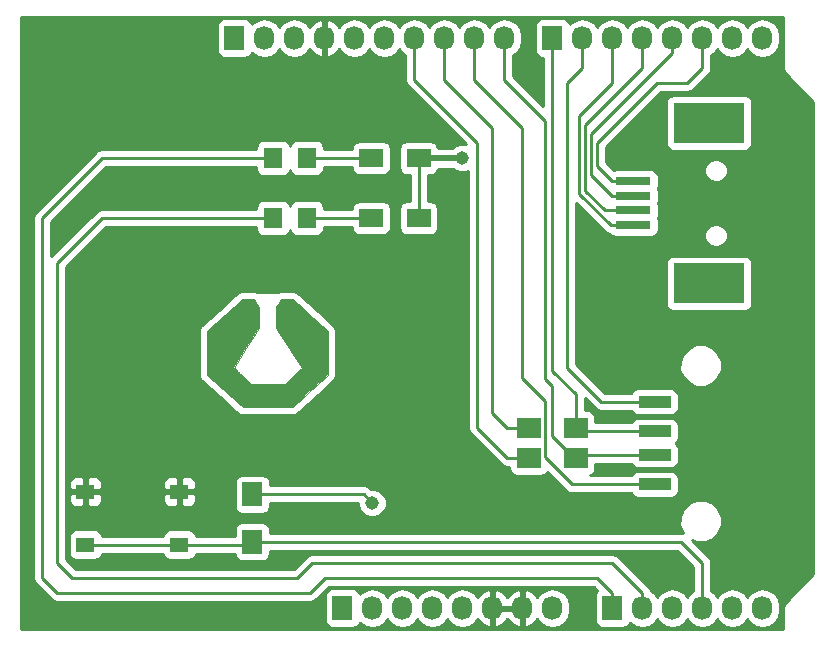
<source format=gtl>
G04 #@! TF.FileFunction,Copper,L1,Top,Signal*
%FSLAX45Y45*%
G04 Gerber Fmt 4.5, Leading zero omitted, Abs format (unit mm)*
G04 Created by KiCad (PCBNEW (2015-06-14 BZR 5747, Git dc9ebf3)-product) date 6/25/2015 00:27:05*
%MOMM*%
G01*
G04 APERTURE LIST*
%ADD10C,0.254000*%
%ADD11C,0.100000*%
%ADD12R,1.727200X2.032000*%
%ADD13O,1.727200X2.032000*%
%ADD14R,1.597660X1.800860*%
%ADD15R,3.000000X0.700000*%
%ADD16R,6.040000X3.400000*%
%ADD17R,2.000000X1.700000*%
%ADD18R,2.000000X1.600000*%
%ADD19R,1.700000X2.000000*%
%ADD20R,1.550000X1.300000*%
%ADD21R,2.800000X1.000000*%
%ADD22C,1.143000*%
%ADD23C,0.508000*%
G04 APERTURE END LIST*
D10*
D11*
G36*
X6733646Y-9459840D02*
X6585633Y-9594020D01*
X6437620Y-9728200D01*
X6225827Y-9728200D01*
X6014033Y-9728200D01*
X5863194Y-9594017D01*
X5712354Y-9459835D01*
X5712354Y-9270029D01*
X5712354Y-9080224D01*
X5863198Y-8947012D01*
X6014041Y-8813800D01*
X6062561Y-8813814D01*
X6111081Y-8813829D01*
X6130528Y-8846445D01*
X6149975Y-8879061D01*
X6149975Y-8967779D01*
X6149975Y-9056497D01*
X6043875Y-9225107D01*
X5937775Y-9393717D01*
X5942672Y-9398432D01*
X5943580Y-9399299D01*
X5945213Y-9400854D01*
X5947529Y-9403055D01*
X5950486Y-9405862D01*
X5954040Y-9409234D01*
X5958149Y-9413130D01*
X5962769Y-9417511D01*
X5967859Y-9422336D01*
X5973375Y-9427563D01*
X5979274Y-9433153D01*
X5985513Y-9439064D01*
X5992051Y-9445257D01*
X5998844Y-9451690D01*
X6005849Y-9458324D01*
X6013023Y-9465117D01*
X6014714Y-9466719D01*
X6081860Y-9530292D01*
X6225911Y-9530292D01*
X6369962Y-9530292D01*
X6433442Y-9470099D01*
X6440518Y-9463391D01*
X6447475Y-9456793D01*
X6454268Y-9450353D01*
X6460849Y-9444114D01*
X6467170Y-9438121D01*
X6473184Y-9432419D01*
X6478844Y-9427054D01*
X6484101Y-9422070D01*
X6488909Y-9417512D01*
X6493221Y-9413425D01*
X6496988Y-9409855D01*
X6500163Y-9406846D01*
X6502699Y-9404443D01*
X6504549Y-9402691D01*
X6505425Y-9401861D01*
X6513926Y-9393817D01*
X6404975Y-9225154D01*
X6296025Y-9056491D01*
X6296025Y-8967789D01*
X6296025Y-8879086D01*
X6318341Y-8846443D01*
X6340656Y-8813800D01*
X6389130Y-8813800D01*
X6437604Y-8813800D01*
X6585625Y-8947016D01*
X6733646Y-9080233D01*
X6733646Y-9270036D01*
X6733646Y-9459840D01*
X6733646Y-9459840D01*
X6733646Y-9459840D01*
G37*
X6733646Y-9459840D02*
X6585633Y-9594020D01*
X6437620Y-9728200D01*
X6225827Y-9728200D01*
X6014033Y-9728200D01*
X5863194Y-9594017D01*
X5712354Y-9459835D01*
X5712354Y-9270029D01*
X5712354Y-9080224D01*
X5863198Y-8947012D01*
X6014041Y-8813800D01*
X6062561Y-8813814D01*
X6111081Y-8813829D01*
X6130528Y-8846445D01*
X6149975Y-8879061D01*
X6149975Y-8967779D01*
X6149975Y-9056497D01*
X6043875Y-9225107D01*
X5937775Y-9393717D01*
X5942672Y-9398432D01*
X5943580Y-9399299D01*
X5945213Y-9400854D01*
X5947529Y-9403055D01*
X5950486Y-9405862D01*
X5954040Y-9409234D01*
X5958149Y-9413130D01*
X5962769Y-9417511D01*
X5967859Y-9422336D01*
X5973375Y-9427563D01*
X5979274Y-9433153D01*
X5985513Y-9439064D01*
X5992051Y-9445257D01*
X5998844Y-9451690D01*
X6005849Y-9458324D01*
X6013023Y-9465117D01*
X6014714Y-9466719D01*
X6081860Y-9530292D01*
X6225911Y-9530292D01*
X6369962Y-9530292D01*
X6433442Y-9470099D01*
X6440518Y-9463391D01*
X6447475Y-9456793D01*
X6454268Y-9450353D01*
X6460849Y-9444114D01*
X6467170Y-9438121D01*
X6473184Y-9432419D01*
X6478844Y-9427054D01*
X6484101Y-9422070D01*
X6488909Y-9417512D01*
X6493221Y-9413425D01*
X6496988Y-9409855D01*
X6500163Y-9406846D01*
X6502699Y-9404443D01*
X6504549Y-9402691D01*
X6505425Y-9401861D01*
X6513926Y-9393817D01*
X6404975Y-9225154D01*
X6296025Y-9056491D01*
X6296025Y-8967789D01*
X6296025Y-8879086D01*
X6318341Y-8846443D01*
X6340656Y-8813800D01*
X6389130Y-8813800D01*
X6437604Y-8813800D01*
X6585625Y-8947016D01*
X6733646Y-9080233D01*
X6733646Y-9270036D01*
X6733646Y-9459840D01*
X6733646Y-9459840D01*
D12*
X9144000Y-11430000D03*
D13*
X9398000Y-11430000D03*
X9652000Y-11430000D03*
X9906000Y-11430000D03*
X10160000Y-11430000D03*
X10414000Y-11430000D03*
D14*
X6555486Y-7620000D03*
X6271514Y-7620000D03*
X6555486Y-8128000D03*
X6271514Y-8128000D03*
D15*
X9320300Y-7814000D03*
X9320300Y-8063000D03*
X9320300Y-8188000D03*
X9320300Y-7939000D03*
D16*
X9962300Y-7322000D03*
X9962300Y-8680000D03*
D12*
X5943600Y-6604000D03*
D13*
X6197600Y-6604000D03*
X6451600Y-6604000D03*
X6705600Y-6604000D03*
X6959600Y-6604000D03*
X7213600Y-6604000D03*
X7467600Y-6604000D03*
X7721600Y-6604000D03*
X7975600Y-6604000D03*
X8229600Y-6604000D03*
D12*
X6858000Y-11430000D03*
D13*
X7112000Y-11430000D03*
X7366000Y-11430000D03*
X7620000Y-11430000D03*
X7874000Y-11430000D03*
X8128000Y-11430000D03*
X8382000Y-11430000D03*
X8636000Y-11430000D03*
D12*
X8636000Y-6604000D03*
D13*
X8890000Y-6604000D03*
X9144000Y-6604000D03*
X9398000Y-6604000D03*
X9652000Y-6604000D03*
X9906000Y-6604000D03*
X10160000Y-6604000D03*
X10414000Y-6604000D03*
D17*
X8436000Y-9906000D03*
X8836000Y-9906000D03*
X8436000Y-10160000D03*
X8836000Y-10160000D03*
D18*
X7502500Y-7620000D03*
X7102500Y-7620000D03*
X7502500Y-8128000D03*
X7102500Y-8128000D03*
D19*
X6096000Y-10468000D03*
X6096000Y-10868000D03*
D20*
X4682500Y-10443000D03*
X5477500Y-10443000D03*
X4682500Y-10893000D03*
X5477500Y-10893000D03*
D21*
X9500760Y-10383000D03*
X9500760Y-10133000D03*
X9500760Y-9933000D03*
X9500760Y-9683000D03*
D22*
X8128000Y-10414000D03*
X7239000Y-10160000D03*
X7112000Y-10541000D03*
X7874000Y-7620000D03*
D10*
X7102500Y-7620000D02*
X6555486Y-7620000D01*
X4947621Y-8128000D02*
X5050028Y-8128000D01*
X4826000Y-8128000D02*
X4947621Y-8128000D01*
X4947621Y-8128000D02*
X6271514Y-8128000D01*
X6477000Y-11176000D02*
X4572000Y-11176000D01*
X6604000Y-11049000D02*
X6477000Y-11176000D01*
X9144000Y-11049000D02*
X6604000Y-11049000D01*
X9398000Y-11303000D02*
X9144000Y-11049000D01*
X9398000Y-11430000D02*
X9398000Y-11303000D01*
X4572000Y-11176000D02*
X4445000Y-11049000D01*
X4445000Y-11049000D02*
X4445000Y-8509000D01*
X4445000Y-8509000D02*
X4826000Y-8128000D01*
X6555486Y-8128000D02*
X7102500Y-8128000D01*
X4826000Y-7620000D02*
X4917495Y-7620000D01*
X4917495Y-7620000D02*
X5022934Y-7620000D01*
X4953000Y-7620000D02*
X4917495Y-7620000D01*
X6271514Y-7620000D02*
X4953000Y-7620000D01*
X5022934Y-7620000D02*
X5050028Y-7620000D01*
X6650865Y-11236548D02*
X6711412Y-11176000D01*
X6650865Y-11236548D02*
X6584412Y-11303000D01*
X6584412Y-11303000D02*
X4445000Y-11303000D01*
X4445000Y-11303000D02*
X4318000Y-11176000D01*
X4318000Y-11176000D02*
X4318000Y-8128000D01*
X4318000Y-8128000D02*
X4826000Y-7620000D01*
X9144000Y-11303000D02*
X9144000Y-11430000D01*
X6711412Y-11176000D02*
X9017000Y-11176000D01*
X9017000Y-11176000D02*
X9144000Y-11303000D01*
X8763000Y-6985000D02*
X8890000Y-6858000D01*
X8890000Y-6858000D02*
X8890000Y-6604000D01*
X8763000Y-9398000D02*
X8763000Y-6985000D01*
X9048000Y-9683000D02*
X8763000Y-9398000D01*
X9500760Y-9683000D02*
X9048000Y-9683000D01*
X8636000Y-6604000D02*
X8636000Y-9418987D01*
X8636000Y-9418987D02*
X8836000Y-9618987D01*
X8836000Y-9618987D02*
X8836000Y-9742840D01*
X8836000Y-9742840D02*
X8836000Y-9906000D01*
X9500760Y-9933000D02*
X8863000Y-9933000D01*
X8863000Y-9933000D02*
X8836000Y-9906000D01*
X8229600Y-6604000D02*
X8229600Y-6959600D01*
X8229600Y-6959600D02*
X8574100Y-7304100D01*
X8574100Y-7304100D02*
X8574100Y-9490303D01*
X8574100Y-9490303D02*
X8636000Y-9552203D01*
X8636000Y-9552203D02*
X8636000Y-9975000D01*
X8636000Y-9975000D02*
X8821000Y-10160000D01*
X8821000Y-10160000D02*
X8836000Y-10160000D01*
X9500760Y-10133000D02*
X8863000Y-10133000D01*
X8863000Y-10133000D02*
X8836000Y-10160000D01*
X7975600Y-6604000D02*
X7975600Y-6959600D01*
X7975600Y-6959600D02*
X8382000Y-7366000D01*
X8805420Y-10383000D02*
X9500760Y-10383000D01*
X8382000Y-7366000D02*
X8382000Y-9482742D01*
X8382000Y-9482742D02*
X8574100Y-9674842D01*
X8574100Y-9674842D02*
X8574100Y-10151680D01*
X8574100Y-10151680D02*
X8805420Y-10383000D01*
X9779000Y-6985000D02*
X9906000Y-6858000D01*
X9906000Y-6858000D02*
X9906000Y-6604000D01*
X9525000Y-6985000D02*
X9779000Y-6985000D01*
X9017000Y-7493000D02*
X9525000Y-6985000D01*
X9017000Y-7686100D02*
X9017000Y-7493000D01*
X9320300Y-7814000D02*
X9144900Y-7814000D01*
X9144900Y-7814000D02*
X9017000Y-7686100D01*
X8966199Y-7416801D02*
X9652000Y-6731000D01*
X9652000Y-6731000D02*
X9652000Y-6604000D01*
X9320300Y-7939000D02*
X9144900Y-7939000D01*
X9144900Y-7939000D02*
X8966199Y-7760299D01*
X8966199Y-7760299D02*
X8966199Y-7416801D01*
X8915398Y-7899398D02*
X9079000Y-8063000D01*
X9079000Y-8063000D02*
X9320300Y-8063000D01*
X9398000Y-6858000D02*
X8915398Y-7340602D01*
X8915398Y-7340602D02*
X8915398Y-7899398D01*
X9398000Y-6604000D02*
X9398000Y-6858000D01*
X8864597Y-7264403D02*
X9144000Y-6985000D01*
X9144000Y-6985000D02*
X9144000Y-6604000D01*
X8864597Y-7920441D02*
X8864597Y-7264403D01*
X9320300Y-8188000D02*
X9132157Y-8188000D01*
X9132157Y-8188000D02*
X8864597Y-7920441D01*
D23*
X7239000Y-10160000D02*
X7874000Y-10160000D01*
X7874000Y-10160000D02*
X8128000Y-10414000D01*
X7239000Y-10160000D02*
X5969000Y-10160000D01*
X5969000Y-10160000D02*
X5686000Y-10443000D01*
X5686000Y-10443000D02*
X5477500Y-10443000D01*
D10*
X4682500Y-10443000D02*
X5477500Y-10443000D01*
X8436000Y-10160000D02*
X8255000Y-10160000D01*
X8255000Y-10160000D02*
X8001000Y-9906000D01*
X8001000Y-9906000D02*
X8001000Y-7493000D01*
X8001000Y-7493000D02*
X7467600Y-6959600D01*
X7467600Y-6959600D02*
X7467600Y-6604000D01*
X8436000Y-9906000D02*
X8255000Y-9906000D01*
X8255000Y-9906000D02*
X8128000Y-9779000D01*
X8128000Y-9779000D02*
X8128000Y-7366000D01*
X8128000Y-7366000D02*
X7721600Y-6959600D01*
X7721600Y-6959600D02*
X7721600Y-6604000D01*
X6613158Y-10468000D02*
X6658000Y-10468000D01*
X6096000Y-10468000D02*
X6613158Y-10468000D01*
X6613158Y-10468000D02*
X7039000Y-10468000D01*
X7039000Y-10468000D02*
X7112000Y-10541000D01*
D23*
X7502500Y-7620000D02*
X7874000Y-7620000D01*
D10*
X7502500Y-8128000D02*
X7502500Y-8022600D01*
X7502500Y-8022600D02*
X7502500Y-7620000D01*
X9725000Y-10868000D02*
X9906000Y-11049000D01*
X9906000Y-11049000D02*
X9906000Y-11430000D01*
X6096000Y-10868000D02*
X9725000Y-10868000D01*
X5477500Y-10893000D02*
X6071000Y-10893000D01*
X6071000Y-10893000D02*
X6096000Y-10868000D01*
X4682500Y-10893000D02*
X5477500Y-10893000D01*
G36*
X10591800Y-6858000D02*
X10591800Y-6858000D01*
X10597600Y-6887160D01*
X10610001Y-6905718D01*
X10614119Y-6911881D01*
X10845800Y-7143563D01*
X10845800Y-11144437D01*
X10614119Y-11376118D01*
X10597600Y-11400839D01*
X10591800Y-11430000D01*
X10591800Y-11607800D01*
X4140200Y-11607800D01*
X4140200Y-7465213D01*
X6191631Y-7465213D01*
X6167419Y-7469911D01*
X6146138Y-7483890D01*
X6131893Y-7504993D01*
X6126887Y-7529957D01*
X6126887Y-7543800D01*
X4826000Y-7543800D01*
X4796840Y-7549600D01*
X4776188Y-7563400D01*
X4772119Y-7566118D01*
X4264119Y-8074118D01*
X4247600Y-8098839D01*
X4241800Y-8128000D01*
X4241800Y-11176000D01*
X4247600Y-11205160D01*
X4262060Y-11226800D01*
X4264119Y-11229881D01*
X4391118Y-11356881D01*
X4415840Y-11373400D01*
X4445000Y-11379200D01*
X6584412Y-11379200D01*
X6613573Y-11373400D01*
X6638294Y-11356881D01*
X6704746Y-11290429D01*
X6704746Y-11290429D01*
X6733510Y-11261665D01*
X7112000Y-11261665D01*
X7054651Y-11273073D01*
X7006033Y-11305558D01*
X7004978Y-11307137D01*
X7004406Y-11304188D01*
X6990427Y-11282907D01*
X6969324Y-11268662D01*
X6944360Y-11263656D01*
X6771640Y-11263656D01*
X6747428Y-11268354D01*
X6726147Y-11282333D01*
X6711902Y-11303436D01*
X6706896Y-11328400D01*
X6706896Y-11531600D01*
X6711594Y-11555812D01*
X6725573Y-11577093D01*
X6746676Y-11591338D01*
X6771640Y-11596344D01*
X6944360Y-11596344D01*
X6968572Y-11591646D01*
X6989853Y-11577667D01*
X7004098Y-11556564D01*
X7004872Y-11552704D01*
X7006033Y-11554441D01*
X7054651Y-11586927D01*
X7112000Y-11598334D01*
X7169349Y-11586927D01*
X7217967Y-11554441D01*
X7239000Y-11522963D01*
X7260033Y-11554441D01*
X7308651Y-11586927D01*
X7366000Y-11598334D01*
X7423349Y-11586927D01*
X7471967Y-11554441D01*
X7493000Y-11522963D01*
X7514033Y-11554441D01*
X7562651Y-11586927D01*
X7620000Y-11598334D01*
X7677349Y-11586927D01*
X7725967Y-11554441D01*
X7747000Y-11522963D01*
X7768033Y-11554441D01*
X7816651Y-11586927D01*
X7874000Y-11598334D01*
X7931349Y-11586927D01*
X7979967Y-11554441D01*
X8000646Y-11523493D01*
X8037796Y-11565073D01*
X8090521Y-11590471D01*
X8092097Y-11590736D01*
X8115300Y-11578622D01*
X8115300Y-11442700D01*
X8140700Y-11442700D01*
X8140700Y-11578622D01*
X8163903Y-11590736D01*
X8165479Y-11590471D01*
X8218204Y-11565073D01*
X8255000Y-11523889D01*
X8291796Y-11565073D01*
X8344521Y-11590471D01*
X8346097Y-11590736D01*
X8369300Y-11578622D01*
X8369300Y-11442700D01*
X8140700Y-11442700D01*
X8115300Y-11442700D01*
X8115300Y-11442700D01*
X8113300Y-11442700D01*
X8113300Y-11417300D01*
X8115300Y-11417300D01*
X8115300Y-11281378D01*
X8092097Y-11269264D01*
X8163903Y-11269264D01*
X8140700Y-11281378D01*
X8140700Y-11417300D01*
X8369300Y-11417300D01*
X8369300Y-11281378D01*
X8346097Y-11269264D01*
X8344521Y-11269529D01*
X8291796Y-11294927D01*
X8255000Y-11336111D01*
X8218204Y-11294927D01*
X8165479Y-11269529D01*
X8163903Y-11269264D01*
X8092097Y-11269264D01*
X8092097Y-11269264D01*
X8090521Y-11269529D01*
X8037796Y-11294927D01*
X8000646Y-11336507D01*
X7979967Y-11305558D01*
X7931349Y-11273073D01*
X7874000Y-11261665D01*
X8636000Y-11261665D01*
X8578651Y-11273073D01*
X8530033Y-11305558D01*
X8509354Y-11336507D01*
X8472204Y-11294927D01*
X8419479Y-11269529D01*
X8417903Y-11269264D01*
X8394700Y-11281378D01*
X8394700Y-11417300D01*
X8396700Y-11417300D01*
X8396700Y-11442700D01*
X8394700Y-11442700D01*
X8394700Y-11578622D01*
X8417903Y-11590736D01*
X8419479Y-11590471D01*
X8472204Y-11565073D01*
X8509354Y-11523493D01*
X8530033Y-11554441D01*
X8578651Y-11586927D01*
X8636000Y-11598334D01*
X8693349Y-11586927D01*
X8741967Y-11554441D01*
X8774453Y-11505823D01*
X8785860Y-11448474D01*
X8785860Y-11411525D01*
X8774453Y-11354177D01*
X8741967Y-11305558D01*
X8693349Y-11273073D01*
X8636000Y-11261665D01*
X7874000Y-11261665D01*
X7874000Y-11261665D01*
X7816651Y-11273073D01*
X7768033Y-11305558D01*
X7747000Y-11337037D01*
X7725967Y-11305558D01*
X7677349Y-11273073D01*
X7620000Y-11261665D01*
X7562651Y-11273073D01*
X7514033Y-11305558D01*
X7493000Y-11337037D01*
X7471967Y-11305558D01*
X7423349Y-11273073D01*
X7366000Y-11261665D01*
X7308651Y-11273073D01*
X7260033Y-11305558D01*
X7239000Y-11337037D01*
X7217967Y-11305558D01*
X7169349Y-11273073D01*
X7112000Y-11261665D01*
X6733510Y-11261665D01*
X6742975Y-11252200D01*
X8985437Y-11252200D01*
X9014213Y-11280976D01*
X9012147Y-11282333D01*
X8997902Y-11303436D01*
X8992896Y-11328400D01*
X8992896Y-11531600D01*
X8997594Y-11555812D01*
X9011573Y-11577093D01*
X9032676Y-11591338D01*
X9057640Y-11596344D01*
X9230360Y-11596344D01*
X9254572Y-11591646D01*
X9275853Y-11577667D01*
X9290098Y-11556564D01*
X9290872Y-11552704D01*
X9292033Y-11554441D01*
X9340651Y-11586927D01*
X9398000Y-11598334D01*
X9455349Y-11586927D01*
X9503967Y-11554441D01*
X9525000Y-11522963D01*
X9546033Y-11554441D01*
X9594651Y-11586927D01*
X9652000Y-11598334D01*
X9709349Y-11586927D01*
X9757967Y-11554441D01*
X9779000Y-11522963D01*
X9800033Y-11554441D01*
X9848651Y-11586927D01*
X9906000Y-11598334D01*
X9963349Y-11586927D01*
X10011967Y-11554441D01*
X10033000Y-11522963D01*
X10054033Y-11554441D01*
X10102651Y-11586927D01*
X10160000Y-11598334D01*
X10217349Y-11586927D01*
X10265967Y-11554441D01*
X10287000Y-11522963D01*
X10308033Y-11554441D01*
X10356651Y-11586927D01*
X10414000Y-11598334D01*
X10471349Y-11586927D01*
X10519967Y-11554441D01*
X10552453Y-11505823D01*
X10563860Y-11448474D01*
X10563860Y-11411525D01*
X10552453Y-11354177D01*
X10519967Y-11305558D01*
X10471349Y-11273073D01*
X10414000Y-11261665D01*
X10356651Y-11273073D01*
X10308033Y-11305558D01*
X10287000Y-11337037D01*
X10265967Y-11305558D01*
X10217349Y-11273073D01*
X10160000Y-11261665D01*
X10102651Y-11273073D01*
X10054033Y-11305558D01*
X10033000Y-11337037D01*
X10011967Y-11305558D01*
X9982200Y-11285669D01*
X9982200Y-11049000D01*
X9978967Y-11032744D01*
X9976400Y-11019840D01*
X9959882Y-10995119D01*
X9817705Y-10852942D01*
X9855098Y-10868469D01*
X9926110Y-10868531D01*
X9991740Y-10841413D01*
X10041997Y-10791244D01*
X10069229Y-10725662D01*
X10069291Y-10654650D01*
X10042173Y-10589020D01*
X9992004Y-10538763D01*
X9926422Y-10511531D01*
X9855410Y-10511469D01*
X9789780Y-10538587D01*
X9739523Y-10588756D01*
X9712291Y-10654338D01*
X9712229Y-10725350D01*
X9739347Y-10790980D01*
X9743923Y-10795564D01*
X9725000Y-10791800D01*
X6245744Y-10791800D01*
X6245744Y-10768000D01*
X6241046Y-10743788D01*
X6227067Y-10722507D01*
X6205964Y-10708262D01*
X6181000Y-10703256D01*
X6011000Y-10703256D01*
X5986788Y-10707954D01*
X5965507Y-10721933D01*
X5951262Y-10743036D01*
X5946256Y-10768000D01*
X5946256Y-10816800D01*
X5617571Y-10816800D01*
X5615046Y-10803788D01*
X5601067Y-10782507D01*
X5579964Y-10768262D01*
X5555000Y-10763256D01*
X5400000Y-10763256D01*
X5375788Y-10767954D01*
X5354507Y-10781933D01*
X5340262Y-10803036D01*
X5337502Y-10816800D01*
X4822571Y-10816800D01*
X4820046Y-10803788D01*
X4806067Y-10782507D01*
X4784964Y-10768262D01*
X4760000Y-10763256D01*
X4605000Y-10763256D01*
X4580788Y-10767954D01*
X4559507Y-10781933D01*
X4545262Y-10803036D01*
X4540256Y-10828000D01*
X4540256Y-10958000D01*
X4544954Y-10982212D01*
X4558933Y-11003493D01*
X4580036Y-11017738D01*
X4605000Y-11022744D01*
X4760000Y-11022744D01*
X4784212Y-11018046D01*
X4805493Y-11004067D01*
X4819738Y-10982964D01*
X4822498Y-10969200D01*
X5337429Y-10969200D01*
X5339954Y-10982212D01*
X5353933Y-11003493D01*
X5375036Y-11017738D01*
X5400000Y-11022744D01*
X5555000Y-11022744D01*
X5579212Y-11018046D01*
X5600493Y-11004067D01*
X5614738Y-10982964D01*
X5617498Y-10969200D01*
X5946489Y-10969200D01*
X5950954Y-10992212D01*
X5964933Y-11013493D01*
X5986036Y-11027738D01*
X6011000Y-11032744D01*
X6181000Y-11032744D01*
X6205212Y-11028046D01*
X6226493Y-11014067D01*
X6240738Y-10992964D01*
X6245744Y-10968000D01*
X6245744Y-10944200D01*
X9693437Y-10944200D01*
X9829800Y-11080563D01*
X9829800Y-11285669D01*
X9800033Y-11305558D01*
X9779000Y-11337037D01*
X9757967Y-11305558D01*
X9709349Y-11273073D01*
X9652000Y-11261665D01*
X9594651Y-11273073D01*
X9546033Y-11305558D01*
X9525000Y-11337037D01*
X9503967Y-11305558D01*
X9470224Y-11283012D01*
X9468400Y-11273839D01*
X9460265Y-11261665D01*
X9451882Y-11249118D01*
X9197882Y-10995119D01*
X9193532Y-10992212D01*
X9173161Y-10978600D01*
X9144000Y-10972800D01*
X6604000Y-10972800D01*
X6574839Y-10978600D01*
X6550118Y-10995119D01*
X6445437Y-11099800D01*
X4603563Y-11099800D01*
X4521200Y-11017437D01*
X4521200Y-10455700D01*
X4557375Y-10455700D01*
X4541500Y-10471575D01*
X4541500Y-10520631D01*
X4551167Y-10543970D01*
X4569030Y-10561833D01*
X4592369Y-10571500D01*
X4653925Y-10571500D01*
X4669800Y-10555625D01*
X4669800Y-10455700D01*
X4695200Y-10455700D01*
X4695200Y-10555625D01*
X4711075Y-10571500D01*
X4772631Y-10571500D01*
X4795970Y-10561833D01*
X4813833Y-10543970D01*
X4823500Y-10520631D01*
X4823500Y-10471575D01*
X4807625Y-10455700D01*
X5352375Y-10455700D01*
X5336500Y-10471575D01*
X5336500Y-10520631D01*
X5346167Y-10543970D01*
X5364030Y-10561833D01*
X5387369Y-10571500D01*
X5448925Y-10571500D01*
X5464800Y-10555625D01*
X5464800Y-10455700D01*
X5490200Y-10455700D01*
X5490200Y-10555625D01*
X5506075Y-10571500D01*
X5567631Y-10571500D01*
X5590970Y-10561833D01*
X5608833Y-10543970D01*
X5618500Y-10520631D01*
X5618500Y-10471575D01*
X5602625Y-10455700D01*
X5490200Y-10455700D01*
X5464800Y-10455700D01*
X5464800Y-10455700D01*
X5352375Y-10455700D01*
X4807625Y-10455700D01*
X4807625Y-10455700D01*
X4695200Y-10455700D01*
X4669800Y-10455700D01*
X4669800Y-10455700D01*
X4557375Y-10455700D01*
X4521200Y-10455700D01*
X4521200Y-10314500D01*
X4592369Y-10314500D01*
X4569030Y-10324167D01*
X4551167Y-10342030D01*
X4541500Y-10365369D01*
X4541500Y-10414425D01*
X4557375Y-10430300D01*
X4669800Y-10430300D01*
X4669800Y-10330375D01*
X4653925Y-10314500D01*
X4711075Y-10314500D01*
X4695200Y-10330375D01*
X4695200Y-10430300D01*
X4807625Y-10430300D01*
X4823500Y-10414425D01*
X4823500Y-10365369D01*
X4813833Y-10342030D01*
X4795970Y-10324167D01*
X4772631Y-10314500D01*
X5387369Y-10314500D01*
X5364030Y-10324167D01*
X5346167Y-10342030D01*
X5336500Y-10365369D01*
X5336500Y-10414425D01*
X5352375Y-10430300D01*
X5464800Y-10430300D01*
X5464800Y-10330375D01*
X5448925Y-10314500D01*
X5506075Y-10314500D01*
X5490200Y-10330375D01*
X5490200Y-10430300D01*
X5602625Y-10430300D01*
X5618500Y-10414425D01*
X5618500Y-10365369D01*
X5608833Y-10342030D01*
X5590970Y-10324167D01*
X5567631Y-10314500D01*
X5506075Y-10314500D01*
X5448925Y-10314500D01*
X5448925Y-10314500D01*
X5387369Y-10314500D01*
X4772631Y-10314500D01*
X4772631Y-10314500D01*
X4711075Y-10314500D01*
X4653925Y-10314500D01*
X4653925Y-10314500D01*
X4592369Y-10314500D01*
X4521200Y-10314500D01*
X4521200Y-10303256D01*
X6011000Y-10303256D01*
X5986788Y-10307954D01*
X5965507Y-10321933D01*
X5951262Y-10343036D01*
X5946256Y-10368000D01*
X5946256Y-10568000D01*
X5950954Y-10592212D01*
X5964933Y-10613493D01*
X5986036Y-10627738D01*
X6011000Y-10632744D01*
X6181000Y-10632744D01*
X6205212Y-10628046D01*
X6226493Y-10614067D01*
X6240738Y-10592964D01*
X6245744Y-10568000D01*
X6245744Y-10544200D01*
X6991347Y-10544200D01*
X6991329Y-10564894D01*
X7009658Y-10609254D01*
X7043568Y-10643223D01*
X7087896Y-10661629D01*
X7135893Y-10661671D01*
X7180253Y-10643342D01*
X7214222Y-10609432D01*
X7232629Y-10565104D01*
X7232671Y-10517107D01*
X7214342Y-10472747D01*
X7180432Y-10438778D01*
X7136104Y-10420371D01*
X7099102Y-10420339D01*
X7092881Y-10414119D01*
X7068160Y-10397600D01*
X7039000Y-10391800D01*
X6245744Y-10391800D01*
X6245744Y-10368000D01*
X6241046Y-10343788D01*
X6227067Y-10322507D01*
X6205964Y-10308262D01*
X6181000Y-10303256D01*
X6011000Y-10303256D01*
X4521200Y-10303256D01*
X4521200Y-8745300D01*
X6014061Y-8745300D01*
X6002986Y-8747500D01*
X5991798Y-8749012D01*
X5989947Y-8750089D01*
X5987846Y-8750507D01*
X5978457Y-8756776D01*
X5968698Y-8762456D01*
X5817854Y-8895668D01*
X5667011Y-9028880D01*
X5665707Y-9030592D01*
X5663917Y-9031787D01*
X5657650Y-9041167D01*
X5650814Y-9050140D01*
X5650264Y-9052221D01*
X5649068Y-9054010D01*
X5646868Y-9065074D01*
X5643986Y-9075980D01*
X5644274Y-9078113D01*
X5643854Y-9080224D01*
X5643854Y-9270029D01*
X5643854Y-9459835D01*
X5644250Y-9461823D01*
X5643971Y-9463831D01*
X5646844Y-9474866D01*
X5649068Y-9486049D01*
X5650195Y-9487734D01*
X5650706Y-9489696D01*
X5657583Y-9498791D01*
X5663917Y-9508272D01*
X5665603Y-9509398D01*
X5666826Y-9511015D01*
X5817665Y-9645198D01*
X5968505Y-9779380D01*
X5978339Y-9785151D01*
X5987820Y-9791486D01*
X5989808Y-9791881D01*
X5991556Y-9792907D01*
X6002850Y-9794475D01*
X6014033Y-9796700D01*
X6437620Y-9796700D01*
X6449114Y-9794414D01*
X6460704Y-9792693D01*
X6462164Y-9791818D01*
X6463834Y-9791486D01*
X6473577Y-9784976D01*
X6483628Y-9778950D01*
X6631640Y-9644770D01*
X6631640Y-9644770D01*
X6779653Y-9510590D01*
X6780667Y-9509222D01*
X6782083Y-9508277D01*
X6788593Y-9498533D01*
X6795572Y-9489120D01*
X6795986Y-9487469D01*
X6796931Y-9486054D01*
X6799217Y-9474561D01*
X6802064Y-9463193D01*
X6801814Y-9461509D01*
X6802146Y-9459840D01*
X6802146Y-9080233D01*
X6801789Y-9078440D01*
X6802051Y-9076632D01*
X6799194Y-9065394D01*
X6796931Y-9054019D01*
X6795916Y-9052500D01*
X6795466Y-9050729D01*
X6788525Y-9041439D01*
X6782083Y-9031796D01*
X6780563Y-9030781D01*
X6779469Y-9029317D01*
X6631449Y-8896100D01*
X6483428Y-8762884D01*
X6473460Y-8756957D01*
X6463818Y-8750514D01*
X6462026Y-8750158D01*
X6460455Y-8749224D01*
X6448978Y-8747562D01*
X6437604Y-8745300D01*
X6340656Y-8745300D01*
X6334392Y-8746546D01*
X6328006Y-8746478D01*
X6321412Y-8749128D01*
X6315520Y-8750300D01*
X6136054Y-8750300D01*
X6132402Y-8749572D01*
X6127879Y-8747420D01*
X6119414Y-8746985D01*
X6111101Y-8745329D01*
X6062581Y-8745314D01*
X6014061Y-8745300D01*
X4521200Y-8745300D01*
X4521200Y-8540563D01*
X4857563Y-8204200D01*
X6126887Y-8204200D01*
X6126887Y-8218043D01*
X6131585Y-8242255D01*
X6145564Y-8263536D01*
X6166667Y-8277781D01*
X6191631Y-8282787D01*
X6351397Y-8282787D01*
X6375609Y-8278089D01*
X6396890Y-8264110D01*
X6411135Y-8243007D01*
X6413456Y-8231430D01*
X6415557Y-8242255D01*
X6429536Y-8263536D01*
X6450639Y-8277781D01*
X6475603Y-8282787D01*
X6635369Y-8282787D01*
X6659581Y-8278089D01*
X6680862Y-8264110D01*
X6695107Y-8243007D01*
X6700113Y-8218043D01*
X6700113Y-8204200D01*
X6937756Y-8204200D01*
X6937756Y-8208000D01*
X6942454Y-8232212D01*
X6956433Y-8253493D01*
X6977536Y-8267738D01*
X7002500Y-8272744D01*
X7202500Y-8272744D01*
X7226712Y-8268046D01*
X7247993Y-8254067D01*
X7262238Y-8232964D01*
X7267244Y-8208000D01*
X7267244Y-8048000D01*
X7262546Y-8023788D01*
X7248567Y-8002507D01*
X7227464Y-7988262D01*
X7202500Y-7983256D01*
X7002500Y-7983256D01*
X6978288Y-7987954D01*
X6957007Y-8001933D01*
X6942762Y-8023036D01*
X6937756Y-8048000D01*
X6937756Y-8051800D01*
X6700113Y-8051800D01*
X6700113Y-8037957D01*
X6695415Y-8013745D01*
X6681436Y-7992464D01*
X6660333Y-7978219D01*
X6635369Y-7973213D01*
X6475603Y-7973213D01*
X6451391Y-7977911D01*
X6430110Y-7991890D01*
X6415865Y-8012993D01*
X6413544Y-8024570D01*
X6411443Y-8013745D01*
X6397464Y-7992464D01*
X6376361Y-7978219D01*
X6351397Y-7973213D01*
X6191631Y-7973213D01*
X6167419Y-7977911D01*
X6146138Y-7991890D01*
X6131893Y-8012993D01*
X6126887Y-8037957D01*
X6126887Y-8051800D01*
X4826000Y-8051800D01*
X4796840Y-8057600D01*
X4788759Y-8063000D01*
X4772119Y-8074118D01*
X4394200Y-8452037D01*
X4394200Y-8159563D01*
X4857563Y-7696200D01*
X6126887Y-7696200D01*
X6126887Y-7710043D01*
X6131585Y-7734255D01*
X6145564Y-7755536D01*
X6166667Y-7769781D01*
X6191631Y-7774787D01*
X6351397Y-7774787D01*
X6375609Y-7770089D01*
X6396890Y-7756110D01*
X6411135Y-7735007D01*
X6413456Y-7723430D01*
X6415557Y-7734255D01*
X6429536Y-7755536D01*
X6450639Y-7769781D01*
X6475603Y-7774787D01*
X6635369Y-7774787D01*
X6659581Y-7770089D01*
X6680862Y-7756110D01*
X6695107Y-7735007D01*
X6700113Y-7710043D01*
X6700113Y-7696200D01*
X6937756Y-7696200D01*
X6937756Y-7700000D01*
X6942454Y-7724212D01*
X6956433Y-7745493D01*
X6977536Y-7759738D01*
X7002500Y-7764744D01*
X7202500Y-7764744D01*
X7226712Y-7760046D01*
X7247993Y-7746067D01*
X7262238Y-7724964D01*
X7267244Y-7700000D01*
X7267244Y-7540000D01*
X7262546Y-7515788D01*
X7248567Y-7494507D01*
X7227464Y-7480262D01*
X7202500Y-7475256D01*
X7002500Y-7475256D01*
X6978288Y-7479954D01*
X6957007Y-7493933D01*
X6942762Y-7515036D01*
X6937756Y-7540000D01*
X6937756Y-7543800D01*
X6700113Y-7543800D01*
X6700113Y-7529957D01*
X6695415Y-7505745D01*
X6681436Y-7484464D01*
X6660333Y-7470219D01*
X6635369Y-7465213D01*
X6475603Y-7465213D01*
X6451391Y-7469911D01*
X6430110Y-7483890D01*
X6415865Y-7504993D01*
X6413544Y-7516570D01*
X6411443Y-7505745D01*
X6397464Y-7484464D01*
X6376361Y-7470219D01*
X6351397Y-7465213D01*
X6191631Y-7465213D01*
X4140200Y-7465213D01*
X4140200Y-6435665D01*
X6197600Y-6435665D01*
X6140251Y-6447073D01*
X6091633Y-6479558D01*
X6090578Y-6481137D01*
X6090006Y-6478188D01*
X6076027Y-6456907D01*
X6054924Y-6442662D01*
X6029960Y-6437656D01*
X5857240Y-6437656D01*
X5833028Y-6442354D01*
X5811747Y-6456333D01*
X5797502Y-6477436D01*
X5792496Y-6502400D01*
X5792496Y-6705600D01*
X5797194Y-6729812D01*
X5811173Y-6751093D01*
X5832276Y-6765338D01*
X5857240Y-6770344D01*
X6029960Y-6770344D01*
X6054172Y-6765646D01*
X6075453Y-6751667D01*
X6089698Y-6730564D01*
X6090472Y-6726704D01*
X6091633Y-6728441D01*
X6140251Y-6760927D01*
X6197600Y-6772334D01*
X6254949Y-6760927D01*
X6303567Y-6728441D01*
X6324600Y-6696963D01*
X6345633Y-6728441D01*
X6394251Y-6760927D01*
X6451600Y-6772334D01*
X6508949Y-6760927D01*
X6557567Y-6728441D01*
X6578246Y-6697493D01*
X6615396Y-6739073D01*
X6668121Y-6764471D01*
X6669697Y-6764736D01*
X6692900Y-6752622D01*
X6692900Y-6616700D01*
X6690900Y-6616700D01*
X6690900Y-6591300D01*
X6692900Y-6591300D01*
X6692900Y-6455378D01*
X6669697Y-6443264D01*
X6668121Y-6443529D01*
X6615396Y-6468927D01*
X6578246Y-6510507D01*
X6557567Y-6479558D01*
X6508949Y-6447073D01*
X6451600Y-6435665D01*
X6959600Y-6435665D01*
X6902251Y-6447073D01*
X6853633Y-6479558D01*
X6832954Y-6510507D01*
X6795804Y-6468927D01*
X6743079Y-6443529D01*
X6741503Y-6443264D01*
X6718300Y-6455378D01*
X6718300Y-6591300D01*
X6720300Y-6591300D01*
X6720300Y-6616700D01*
X6718300Y-6616700D01*
X6718300Y-6752622D01*
X6741503Y-6764736D01*
X6743079Y-6764471D01*
X6795804Y-6739073D01*
X6832954Y-6697493D01*
X6853633Y-6728441D01*
X6902251Y-6760927D01*
X6959600Y-6772334D01*
X7016949Y-6760927D01*
X7065567Y-6728441D01*
X7086600Y-6696963D01*
X7107633Y-6728441D01*
X7156251Y-6760927D01*
X7213600Y-6772334D01*
X7270949Y-6760927D01*
X7319567Y-6728441D01*
X7340600Y-6696963D01*
X7361633Y-6728441D01*
X7391400Y-6748331D01*
X7391400Y-6959600D01*
X7397200Y-6988760D01*
X7413718Y-7013481D01*
X7900676Y-7500439D01*
X7898104Y-7499371D01*
X7850106Y-7499329D01*
X7805746Y-7517658D01*
X7792281Y-7531100D01*
X7665517Y-7531100D01*
X7662546Y-7515788D01*
X7648567Y-7494507D01*
X7627464Y-7480262D01*
X7602500Y-7475256D01*
X7402500Y-7475256D01*
X7378288Y-7479954D01*
X7357007Y-7493933D01*
X7342762Y-7515036D01*
X7337756Y-7540000D01*
X7337756Y-7700000D01*
X7342454Y-7724212D01*
X7356433Y-7745493D01*
X7377536Y-7759738D01*
X7402500Y-7764744D01*
X7426300Y-7764744D01*
X7426300Y-7983256D01*
X7402500Y-7983256D01*
X7378288Y-7987954D01*
X7357007Y-8001933D01*
X7342762Y-8023036D01*
X7337756Y-8048000D01*
X7337756Y-8208000D01*
X7342454Y-8232212D01*
X7356433Y-8253493D01*
X7377536Y-8267738D01*
X7402500Y-8272744D01*
X7602500Y-8272744D01*
X7626712Y-8268046D01*
X7647993Y-8254067D01*
X7662238Y-8232964D01*
X7667244Y-8208000D01*
X7667244Y-8048000D01*
X7662546Y-8023788D01*
X7648567Y-8002507D01*
X7627464Y-7988262D01*
X7602500Y-7983256D01*
X7578700Y-7983256D01*
X7578700Y-7764744D01*
X7602500Y-7764744D01*
X7626712Y-7760046D01*
X7647993Y-7746067D01*
X7662238Y-7724964D01*
X7665459Y-7708900D01*
X7792269Y-7708900D01*
X7805568Y-7722222D01*
X7849896Y-7740629D01*
X7897893Y-7740671D01*
X7924800Y-7729553D01*
X7924800Y-9906000D01*
X7930600Y-9935161D01*
X7937736Y-9945840D01*
X7947118Y-9959882D01*
X8201118Y-10213882D01*
X8213388Y-10222080D01*
X8225839Y-10230400D01*
X8255000Y-10236200D01*
X8271256Y-10236200D01*
X8271256Y-10245000D01*
X8275954Y-10269212D01*
X8289933Y-10290493D01*
X8311036Y-10304738D01*
X8336000Y-10309744D01*
X8536000Y-10309744D01*
X8560212Y-10305046D01*
X8581493Y-10291067D01*
X8591258Y-10276601D01*
X8751538Y-10436882D01*
X8776259Y-10453400D01*
X8805420Y-10459200D01*
X9302019Y-10459200D01*
X9314693Y-10478493D01*
X9335796Y-10492738D01*
X9360760Y-10497744D01*
X9640760Y-10497744D01*
X9664972Y-10493046D01*
X9686253Y-10479067D01*
X9700498Y-10457964D01*
X9705504Y-10433000D01*
X9705504Y-10333000D01*
X9700806Y-10308788D01*
X9686827Y-10287507D01*
X9665724Y-10273262D01*
X9640760Y-10268256D01*
X9360760Y-10268256D01*
X9336548Y-10272954D01*
X9315267Y-10286933D01*
X9301857Y-10306800D01*
X8951174Y-10306800D01*
X8960212Y-10305046D01*
X8981493Y-10291067D01*
X8995738Y-10269964D01*
X9000744Y-10245000D01*
X9000744Y-10209200D01*
X9302019Y-10209200D01*
X9314693Y-10228493D01*
X9335796Y-10242738D01*
X9360760Y-10247744D01*
X9640760Y-10247744D01*
X9664972Y-10243046D01*
X9686253Y-10229067D01*
X9700498Y-10207964D01*
X9705504Y-10183000D01*
X9705504Y-10083000D01*
X9700806Y-10058788D01*
X9686827Y-10037507D01*
X9680207Y-10033039D01*
X9686253Y-10029067D01*
X9700498Y-10007964D01*
X9705504Y-9983000D01*
X9705504Y-9883000D01*
X9700806Y-9858788D01*
X9686827Y-9837507D01*
X9665724Y-9823262D01*
X9640760Y-9818256D01*
X9360760Y-9818256D01*
X9336548Y-9822954D01*
X9315267Y-9836933D01*
X9301857Y-9856800D01*
X9000744Y-9856800D01*
X9000744Y-9821000D01*
X8996046Y-9796788D01*
X8982067Y-9775507D01*
X8960964Y-9761262D01*
X8936000Y-9756256D01*
X8912200Y-9756256D01*
X8912200Y-9654963D01*
X8994119Y-9736882D01*
X9003036Y-9742840D01*
X9018840Y-9753400D01*
X9048000Y-9759200D01*
X9302019Y-9759200D01*
X9314693Y-9778493D01*
X9335796Y-9792738D01*
X9360760Y-9797744D01*
X9640760Y-9797744D01*
X9664972Y-9793046D01*
X9686253Y-9779067D01*
X9700498Y-9757964D01*
X9705504Y-9733000D01*
X9705504Y-9633000D01*
X9700806Y-9608788D01*
X9686827Y-9587507D01*
X9665724Y-9573262D01*
X9640760Y-9568256D01*
X9360760Y-9568256D01*
X9336548Y-9572954D01*
X9315267Y-9586933D01*
X9301857Y-9606800D01*
X9079563Y-9606800D01*
X8839200Y-9366437D01*
X8839200Y-9197469D01*
X9855410Y-9197469D01*
X9789780Y-9224587D01*
X9739523Y-9274756D01*
X9712291Y-9340338D01*
X9712229Y-9411350D01*
X9739347Y-9476980D01*
X9789516Y-9527237D01*
X9855098Y-9554469D01*
X9926110Y-9554531D01*
X9991740Y-9527413D01*
X10041997Y-9477244D01*
X10069229Y-9411662D01*
X10069291Y-9340650D01*
X10042173Y-9275020D01*
X9992004Y-9224763D01*
X9926422Y-9197531D01*
X9855410Y-9197469D01*
X8839200Y-9197469D01*
X8839200Y-8445256D01*
X9660300Y-8445256D01*
X9636088Y-8449954D01*
X9614807Y-8463933D01*
X9600562Y-8485036D01*
X9595556Y-8510000D01*
X9595556Y-8850000D01*
X9600254Y-8874212D01*
X9614233Y-8895493D01*
X9635336Y-8909738D01*
X9660300Y-8914744D01*
X10264300Y-8914744D01*
X10288512Y-8910046D01*
X10309793Y-8896067D01*
X10324038Y-8874964D01*
X10329044Y-8850000D01*
X10329044Y-8510000D01*
X10324346Y-8485788D01*
X10310367Y-8464507D01*
X10289264Y-8450262D01*
X10264300Y-8445256D01*
X9660300Y-8445256D01*
X8839200Y-8445256D01*
X8839200Y-8002806D01*
X9078275Y-8241881D01*
X9095652Y-8253493D01*
X9102996Y-8258400D01*
X9119798Y-8261742D01*
X9124233Y-8268493D01*
X9145336Y-8282738D01*
X9170300Y-8287744D01*
X9470300Y-8287744D01*
X9494512Y-8283046D01*
X9515793Y-8269067D01*
X9530038Y-8247964D01*
X9535044Y-8223000D01*
X9535044Y-8177483D01*
X10000793Y-8177483D01*
X9964577Y-8192447D01*
X9936845Y-8220131D01*
X9921817Y-8256321D01*
X9921783Y-8295507D01*
X9936747Y-8331723D01*
X9964431Y-8359455D01*
X10000621Y-8374483D01*
X10039807Y-8374517D01*
X10076023Y-8359553D01*
X10103756Y-8331869D01*
X10118783Y-8295679D01*
X10118817Y-8256493D01*
X10103853Y-8220277D01*
X10076169Y-8192544D01*
X10039979Y-8177517D01*
X10000793Y-8177483D01*
X9535044Y-8177483D01*
X9535044Y-8153000D01*
X9530346Y-8128788D01*
X9528255Y-8125604D01*
X9530038Y-8122964D01*
X9535044Y-8098000D01*
X9535044Y-8028000D01*
X9530346Y-8003788D01*
X9528588Y-8001111D01*
X9530038Y-7998964D01*
X9535044Y-7974000D01*
X9535044Y-7904000D01*
X9530346Y-7879788D01*
X9528255Y-7876604D01*
X9530038Y-7873964D01*
X9535044Y-7849000D01*
X9535044Y-7779000D01*
X9530346Y-7754788D01*
X9516367Y-7733507D01*
X9495264Y-7719262D01*
X9470300Y-7714256D01*
X9170300Y-7714256D01*
X9155743Y-7717080D01*
X9093200Y-7654537D01*
X9093200Y-7627483D01*
X10000793Y-7627483D01*
X9964577Y-7642447D01*
X9936845Y-7670131D01*
X9921817Y-7706321D01*
X9921783Y-7745507D01*
X9936747Y-7781723D01*
X9964431Y-7809455D01*
X10000621Y-7824483D01*
X10039807Y-7824517D01*
X10076023Y-7809553D01*
X10103756Y-7781869D01*
X10118783Y-7745679D01*
X10118817Y-7706493D01*
X10103853Y-7670277D01*
X10076169Y-7642544D01*
X10039979Y-7627517D01*
X10000793Y-7627483D01*
X9093200Y-7627483D01*
X9093200Y-7524563D01*
X9530507Y-7087256D01*
X9660300Y-7087256D01*
X9636088Y-7091954D01*
X9614807Y-7105933D01*
X9600562Y-7127036D01*
X9595556Y-7152000D01*
X9595556Y-7492000D01*
X9600254Y-7516212D01*
X9614233Y-7537493D01*
X9635336Y-7551738D01*
X9660300Y-7556744D01*
X10264300Y-7556744D01*
X10288512Y-7552046D01*
X10309793Y-7538067D01*
X10324038Y-7516964D01*
X10329044Y-7492000D01*
X10329044Y-7152000D01*
X10324346Y-7127788D01*
X10310367Y-7106507D01*
X10289264Y-7092262D01*
X10264300Y-7087256D01*
X9660300Y-7087256D01*
X9530507Y-7087256D01*
X9556563Y-7061200D01*
X9779000Y-7061200D01*
X9808161Y-7055400D01*
X9832882Y-7038881D01*
X9959882Y-6911882D01*
X9976400Y-6887160D01*
X9977148Y-6883400D01*
X9982200Y-6858000D01*
X9982200Y-6748331D01*
X10011967Y-6728441D01*
X10033000Y-6696963D01*
X10054033Y-6728441D01*
X10102651Y-6760927D01*
X10160000Y-6772334D01*
X10217349Y-6760927D01*
X10265967Y-6728441D01*
X10287000Y-6696963D01*
X10308033Y-6728441D01*
X10356651Y-6760927D01*
X10414000Y-6772334D01*
X10471349Y-6760927D01*
X10519967Y-6728441D01*
X10552453Y-6679823D01*
X10563860Y-6622474D01*
X10563860Y-6585525D01*
X10552453Y-6528177D01*
X10519967Y-6479558D01*
X10471349Y-6447073D01*
X10414000Y-6435665D01*
X10356651Y-6447073D01*
X10308033Y-6479558D01*
X10287000Y-6511037D01*
X10265967Y-6479558D01*
X10217349Y-6447073D01*
X10160000Y-6435665D01*
X10102651Y-6447073D01*
X10054033Y-6479558D01*
X10033000Y-6511037D01*
X10011967Y-6479558D01*
X9963349Y-6447073D01*
X9906000Y-6435665D01*
X9848651Y-6447073D01*
X9800033Y-6479558D01*
X9779000Y-6511037D01*
X9757967Y-6479558D01*
X9709349Y-6447073D01*
X9652000Y-6435665D01*
X9594651Y-6447073D01*
X9546033Y-6479558D01*
X9525000Y-6511037D01*
X9503967Y-6479558D01*
X9455349Y-6447073D01*
X9398000Y-6435665D01*
X9340651Y-6447073D01*
X9292033Y-6479558D01*
X9271000Y-6511037D01*
X9249967Y-6479558D01*
X9201349Y-6447073D01*
X9144000Y-6435665D01*
X9086651Y-6447073D01*
X9038033Y-6479558D01*
X9017000Y-6511037D01*
X8995967Y-6479558D01*
X8947349Y-6447073D01*
X8890000Y-6435665D01*
X8832651Y-6447073D01*
X8784033Y-6479558D01*
X8782979Y-6481137D01*
X8782406Y-6478188D01*
X8768427Y-6456907D01*
X8747324Y-6442662D01*
X8722360Y-6437656D01*
X8549640Y-6437656D01*
X8525428Y-6442354D01*
X8504147Y-6456333D01*
X8489902Y-6477436D01*
X8484896Y-6502400D01*
X8484896Y-6705600D01*
X8489594Y-6729812D01*
X8503573Y-6751093D01*
X8524676Y-6765338D01*
X8549640Y-6770344D01*
X8559800Y-6770344D01*
X8559800Y-7182037D01*
X8305800Y-6928037D01*
X8305800Y-6748331D01*
X8335567Y-6728441D01*
X8368053Y-6679823D01*
X8379460Y-6622474D01*
X8379460Y-6585525D01*
X8368053Y-6528177D01*
X8335567Y-6479558D01*
X8286949Y-6447073D01*
X8229600Y-6435665D01*
X8172251Y-6447073D01*
X8123633Y-6479558D01*
X8102600Y-6511037D01*
X8081567Y-6479558D01*
X8032949Y-6447073D01*
X7975600Y-6435665D01*
X7918251Y-6447073D01*
X7869633Y-6479558D01*
X7848600Y-6511037D01*
X7827567Y-6479558D01*
X7778949Y-6447073D01*
X7721600Y-6435665D01*
X7664251Y-6447073D01*
X7615633Y-6479558D01*
X7594600Y-6511037D01*
X7573567Y-6479558D01*
X7524949Y-6447073D01*
X7467600Y-6435665D01*
X7410251Y-6447073D01*
X7361633Y-6479558D01*
X7340600Y-6511037D01*
X7319567Y-6479558D01*
X7270949Y-6447073D01*
X7213600Y-6435665D01*
X7156251Y-6447073D01*
X7107633Y-6479558D01*
X7086600Y-6511037D01*
X7065567Y-6479558D01*
X7016949Y-6447073D01*
X6959600Y-6435665D01*
X6451600Y-6435665D01*
X6451600Y-6435665D01*
X6394251Y-6447073D01*
X6345633Y-6479558D01*
X6324600Y-6511037D01*
X6303567Y-6479558D01*
X6254949Y-6447073D01*
X6197600Y-6435665D01*
X4140200Y-6435665D01*
X4140200Y-6426200D01*
X10591800Y-6426200D01*
X10591800Y-6858000D01*
X10591800Y-6858000D01*
G37*
X10591800Y-6858000D02*
X10591800Y-6858000D01*
X10597600Y-6887160D01*
X10610001Y-6905718D01*
X10614119Y-6911881D01*
X10845800Y-7143563D01*
X10845800Y-11144437D01*
X10614119Y-11376118D01*
X10597600Y-11400839D01*
X10591800Y-11430000D01*
X10591800Y-11607800D01*
X4140200Y-11607800D01*
X4140200Y-7465213D01*
X6191631Y-7465213D01*
X6167419Y-7469911D01*
X6146138Y-7483890D01*
X6131893Y-7504993D01*
X6126887Y-7529957D01*
X6126887Y-7543800D01*
X4826000Y-7543800D01*
X4796840Y-7549600D01*
X4776188Y-7563400D01*
X4772119Y-7566118D01*
X4264119Y-8074118D01*
X4247600Y-8098839D01*
X4241800Y-8128000D01*
X4241800Y-11176000D01*
X4247600Y-11205160D01*
X4262060Y-11226800D01*
X4264119Y-11229881D01*
X4391118Y-11356881D01*
X4415840Y-11373400D01*
X4445000Y-11379200D01*
X6584412Y-11379200D01*
X6613573Y-11373400D01*
X6638294Y-11356881D01*
X6704746Y-11290429D01*
X6704746Y-11290429D01*
X6733510Y-11261665D01*
X7112000Y-11261665D01*
X7054651Y-11273073D01*
X7006033Y-11305558D01*
X7004978Y-11307137D01*
X7004406Y-11304188D01*
X6990427Y-11282907D01*
X6969324Y-11268662D01*
X6944360Y-11263656D01*
X6771640Y-11263656D01*
X6747428Y-11268354D01*
X6726147Y-11282333D01*
X6711902Y-11303436D01*
X6706896Y-11328400D01*
X6706896Y-11531600D01*
X6711594Y-11555812D01*
X6725573Y-11577093D01*
X6746676Y-11591338D01*
X6771640Y-11596344D01*
X6944360Y-11596344D01*
X6968572Y-11591646D01*
X6989853Y-11577667D01*
X7004098Y-11556564D01*
X7004872Y-11552704D01*
X7006033Y-11554441D01*
X7054651Y-11586927D01*
X7112000Y-11598334D01*
X7169349Y-11586927D01*
X7217967Y-11554441D01*
X7239000Y-11522963D01*
X7260033Y-11554441D01*
X7308651Y-11586927D01*
X7366000Y-11598334D01*
X7423349Y-11586927D01*
X7471967Y-11554441D01*
X7493000Y-11522963D01*
X7514033Y-11554441D01*
X7562651Y-11586927D01*
X7620000Y-11598334D01*
X7677349Y-11586927D01*
X7725967Y-11554441D01*
X7747000Y-11522963D01*
X7768033Y-11554441D01*
X7816651Y-11586927D01*
X7874000Y-11598334D01*
X7931349Y-11586927D01*
X7979967Y-11554441D01*
X8000646Y-11523493D01*
X8037796Y-11565073D01*
X8090521Y-11590471D01*
X8092097Y-11590736D01*
X8115300Y-11578622D01*
X8115300Y-11442700D01*
X8140700Y-11442700D01*
X8140700Y-11578622D01*
X8163903Y-11590736D01*
X8165479Y-11590471D01*
X8218204Y-11565073D01*
X8255000Y-11523889D01*
X8291796Y-11565073D01*
X8344521Y-11590471D01*
X8346097Y-11590736D01*
X8369300Y-11578622D01*
X8369300Y-11442700D01*
X8140700Y-11442700D01*
X8115300Y-11442700D01*
X8115300Y-11442700D01*
X8113300Y-11442700D01*
X8113300Y-11417300D01*
X8115300Y-11417300D01*
X8115300Y-11281378D01*
X8092097Y-11269264D01*
X8163903Y-11269264D01*
X8140700Y-11281378D01*
X8140700Y-11417300D01*
X8369300Y-11417300D01*
X8369300Y-11281378D01*
X8346097Y-11269264D01*
X8344521Y-11269529D01*
X8291796Y-11294927D01*
X8255000Y-11336111D01*
X8218204Y-11294927D01*
X8165479Y-11269529D01*
X8163903Y-11269264D01*
X8092097Y-11269264D01*
X8092097Y-11269264D01*
X8090521Y-11269529D01*
X8037796Y-11294927D01*
X8000646Y-11336507D01*
X7979967Y-11305558D01*
X7931349Y-11273073D01*
X7874000Y-11261665D01*
X8636000Y-11261665D01*
X8578651Y-11273073D01*
X8530033Y-11305558D01*
X8509354Y-11336507D01*
X8472204Y-11294927D01*
X8419479Y-11269529D01*
X8417903Y-11269264D01*
X8394700Y-11281378D01*
X8394700Y-11417300D01*
X8396700Y-11417300D01*
X8396700Y-11442700D01*
X8394700Y-11442700D01*
X8394700Y-11578622D01*
X8417903Y-11590736D01*
X8419479Y-11590471D01*
X8472204Y-11565073D01*
X8509354Y-11523493D01*
X8530033Y-11554441D01*
X8578651Y-11586927D01*
X8636000Y-11598334D01*
X8693349Y-11586927D01*
X8741967Y-11554441D01*
X8774453Y-11505823D01*
X8785860Y-11448474D01*
X8785860Y-11411525D01*
X8774453Y-11354177D01*
X8741967Y-11305558D01*
X8693349Y-11273073D01*
X8636000Y-11261665D01*
X7874000Y-11261665D01*
X7874000Y-11261665D01*
X7816651Y-11273073D01*
X7768033Y-11305558D01*
X7747000Y-11337037D01*
X7725967Y-11305558D01*
X7677349Y-11273073D01*
X7620000Y-11261665D01*
X7562651Y-11273073D01*
X7514033Y-11305558D01*
X7493000Y-11337037D01*
X7471967Y-11305558D01*
X7423349Y-11273073D01*
X7366000Y-11261665D01*
X7308651Y-11273073D01*
X7260033Y-11305558D01*
X7239000Y-11337037D01*
X7217967Y-11305558D01*
X7169349Y-11273073D01*
X7112000Y-11261665D01*
X6733510Y-11261665D01*
X6742975Y-11252200D01*
X8985437Y-11252200D01*
X9014213Y-11280976D01*
X9012147Y-11282333D01*
X8997902Y-11303436D01*
X8992896Y-11328400D01*
X8992896Y-11531600D01*
X8997594Y-11555812D01*
X9011573Y-11577093D01*
X9032676Y-11591338D01*
X9057640Y-11596344D01*
X9230360Y-11596344D01*
X9254572Y-11591646D01*
X9275853Y-11577667D01*
X9290098Y-11556564D01*
X9290872Y-11552704D01*
X9292033Y-11554441D01*
X9340651Y-11586927D01*
X9398000Y-11598334D01*
X9455349Y-11586927D01*
X9503967Y-11554441D01*
X9525000Y-11522963D01*
X9546033Y-11554441D01*
X9594651Y-11586927D01*
X9652000Y-11598334D01*
X9709349Y-11586927D01*
X9757967Y-11554441D01*
X9779000Y-11522963D01*
X9800033Y-11554441D01*
X9848651Y-11586927D01*
X9906000Y-11598334D01*
X9963349Y-11586927D01*
X10011967Y-11554441D01*
X10033000Y-11522963D01*
X10054033Y-11554441D01*
X10102651Y-11586927D01*
X10160000Y-11598334D01*
X10217349Y-11586927D01*
X10265967Y-11554441D01*
X10287000Y-11522963D01*
X10308033Y-11554441D01*
X10356651Y-11586927D01*
X10414000Y-11598334D01*
X10471349Y-11586927D01*
X10519967Y-11554441D01*
X10552453Y-11505823D01*
X10563860Y-11448474D01*
X10563860Y-11411525D01*
X10552453Y-11354177D01*
X10519967Y-11305558D01*
X10471349Y-11273073D01*
X10414000Y-11261665D01*
X10356651Y-11273073D01*
X10308033Y-11305558D01*
X10287000Y-11337037D01*
X10265967Y-11305558D01*
X10217349Y-11273073D01*
X10160000Y-11261665D01*
X10102651Y-11273073D01*
X10054033Y-11305558D01*
X10033000Y-11337037D01*
X10011967Y-11305558D01*
X9982200Y-11285669D01*
X9982200Y-11049000D01*
X9978967Y-11032744D01*
X9976400Y-11019840D01*
X9959882Y-10995119D01*
X9817705Y-10852942D01*
X9855098Y-10868469D01*
X9926110Y-10868531D01*
X9991740Y-10841413D01*
X10041997Y-10791244D01*
X10069229Y-10725662D01*
X10069291Y-10654650D01*
X10042173Y-10589020D01*
X9992004Y-10538763D01*
X9926422Y-10511531D01*
X9855410Y-10511469D01*
X9789780Y-10538587D01*
X9739523Y-10588756D01*
X9712291Y-10654338D01*
X9712229Y-10725350D01*
X9739347Y-10790980D01*
X9743923Y-10795564D01*
X9725000Y-10791800D01*
X6245744Y-10791800D01*
X6245744Y-10768000D01*
X6241046Y-10743788D01*
X6227067Y-10722507D01*
X6205964Y-10708262D01*
X6181000Y-10703256D01*
X6011000Y-10703256D01*
X5986788Y-10707954D01*
X5965507Y-10721933D01*
X5951262Y-10743036D01*
X5946256Y-10768000D01*
X5946256Y-10816800D01*
X5617571Y-10816800D01*
X5615046Y-10803788D01*
X5601067Y-10782507D01*
X5579964Y-10768262D01*
X5555000Y-10763256D01*
X5400000Y-10763256D01*
X5375788Y-10767954D01*
X5354507Y-10781933D01*
X5340262Y-10803036D01*
X5337502Y-10816800D01*
X4822571Y-10816800D01*
X4820046Y-10803788D01*
X4806067Y-10782507D01*
X4784964Y-10768262D01*
X4760000Y-10763256D01*
X4605000Y-10763256D01*
X4580788Y-10767954D01*
X4559507Y-10781933D01*
X4545262Y-10803036D01*
X4540256Y-10828000D01*
X4540256Y-10958000D01*
X4544954Y-10982212D01*
X4558933Y-11003493D01*
X4580036Y-11017738D01*
X4605000Y-11022744D01*
X4760000Y-11022744D01*
X4784212Y-11018046D01*
X4805493Y-11004067D01*
X4819738Y-10982964D01*
X4822498Y-10969200D01*
X5337429Y-10969200D01*
X5339954Y-10982212D01*
X5353933Y-11003493D01*
X5375036Y-11017738D01*
X5400000Y-11022744D01*
X5555000Y-11022744D01*
X5579212Y-11018046D01*
X5600493Y-11004067D01*
X5614738Y-10982964D01*
X5617498Y-10969200D01*
X5946489Y-10969200D01*
X5950954Y-10992212D01*
X5964933Y-11013493D01*
X5986036Y-11027738D01*
X6011000Y-11032744D01*
X6181000Y-11032744D01*
X6205212Y-11028046D01*
X6226493Y-11014067D01*
X6240738Y-10992964D01*
X6245744Y-10968000D01*
X6245744Y-10944200D01*
X9693437Y-10944200D01*
X9829800Y-11080563D01*
X9829800Y-11285669D01*
X9800033Y-11305558D01*
X9779000Y-11337037D01*
X9757967Y-11305558D01*
X9709349Y-11273073D01*
X9652000Y-11261665D01*
X9594651Y-11273073D01*
X9546033Y-11305558D01*
X9525000Y-11337037D01*
X9503967Y-11305558D01*
X9470224Y-11283012D01*
X9468400Y-11273839D01*
X9460265Y-11261665D01*
X9451882Y-11249118D01*
X9197882Y-10995119D01*
X9193532Y-10992212D01*
X9173161Y-10978600D01*
X9144000Y-10972800D01*
X6604000Y-10972800D01*
X6574839Y-10978600D01*
X6550118Y-10995119D01*
X6445437Y-11099800D01*
X4603563Y-11099800D01*
X4521200Y-11017437D01*
X4521200Y-10455700D01*
X4557375Y-10455700D01*
X4541500Y-10471575D01*
X4541500Y-10520631D01*
X4551167Y-10543970D01*
X4569030Y-10561833D01*
X4592369Y-10571500D01*
X4653925Y-10571500D01*
X4669800Y-10555625D01*
X4669800Y-10455700D01*
X4695200Y-10455700D01*
X4695200Y-10555625D01*
X4711075Y-10571500D01*
X4772631Y-10571500D01*
X4795970Y-10561833D01*
X4813833Y-10543970D01*
X4823500Y-10520631D01*
X4823500Y-10471575D01*
X4807625Y-10455700D01*
X5352375Y-10455700D01*
X5336500Y-10471575D01*
X5336500Y-10520631D01*
X5346167Y-10543970D01*
X5364030Y-10561833D01*
X5387369Y-10571500D01*
X5448925Y-10571500D01*
X5464800Y-10555625D01*
X5464800Y-10455700D01*
X5490200Y-10455700D01*
X5490200Y-10555625D01*
X5506075Y-10571500D01*
X5567631Y-10571500D01*
X5590970Y-10561833D01*
X5608833Y-10543970D01*
X5618500Y-10520631D01*
X5618500Y-10471575D01*
X5602625Y-10455700D01*
X5490200Y-10455700D01*
X5464800Y-10455700D01*
X5464800Y-10455700D01*
X5352375Y-10455700D01*
X4807625Y-10455700D01*
X4807625Y-10455700D01*
X4695200Y-10455700D01*
X4669800Y-10455700D01*
X4669800Y-10455700D01*
X4557375Y-10455700D01*
X4521200Y-10455700D01*
X4521200Y-10314500D01*
X4592369Y-10314500D01*
X4569030Y-10324167D01*
X4551167Y-10342030D01*
X4541500Y-10365369D01*
X4541500Y-10414425D01*
X4557375Y-10430300D01*
X4669800Y-10430300D01*
X4669800Y-10330375D01*
X4653925Y-10314500D01*
X4711075Y-10314500D01*
X4695200Y-10330375D01*
X4695200Y-10430300D01*
X4807625Y-10430300D01*
X4823500Y-10414425D01*
X4823500Y-10365369D01*
X4813833Y-10342030D01*
X4795970Y-10324167D01*
X4772631Y-10314500D01*
X5387369Y-10314500D01*
X5364030Y-10324167D01*
X5346167Y-10342030D01*
X5336500Y-10365369D01*
X5336500Y-10414425D01*
X5352375Y-10430300D01*
X5464800Y-10430300D01*
X5464800Y-10330375D01*
X5448925Y-10314500D01*
X5506075Y-10314500D01*
X5490200Y-10330375D01*
X5490200Y-10430300D01*
X5602625Y-10430300D01*
X5618500Y-10414425D01*
X5618500Y-10365369D01*
X5608833Y-10342030D01*
X5590970Y-10324167D01*
X5567631Y-10314500D01*
X5506075Y-10314500D01*
X5448925Y-10314500D01*
X5448925Y-10314500D01*
X5387369Y-10314500D01*
X4772631Y-10314500D01*
X4772631Y-10314500D01*
X4711075Y-10314500D01*
X4653925Y-10314500D01*
X4653925Y-10314500D01*
X4592369Y-10314500D01*
X4521200Y-10314500D01*
X4521200Y-10303256D01*
X6011000Y-10303256D01*
X5986788Y-10307954D01*
X5965507Y-10321933D01*
X5951262Y-10343036D01*
X5946256Y-10368000D01*
X5946256Y-10568000D01*
X5950954Y-10592212D01*
X5964933Y-10613493D01*
X5986036Y-10627738D01*
X6011000Y-10632744D01*
X6181000Y-10632744D01*
X6205212Y-10628046D01*
X6226493Y-10614067D01*
X6240738Y-10592964D01*
X6245744Y-10568000D01*
X6245744Y-10544200D01*
X6991347Y-10544200D01*
X6991329Y-10564894D01*
X7009658Y-10609254D01*
X7043568Y-10643223D01*
X7087896Y-10661629D01*
X7135893Y-10661671D01*
X7180253Y-10643342D01*
X7214222Y-10609432D01*
X7232629Y-10565104D01*
X7232671Y-10517107D01*
X7214342Y-10472747D01*
X7180432Y-10438778D01*
X7136104Y-10420371D01*
X7099102Y-10420339D01*
X7092881Y-10414119D01*
X7068160Y-10397600D01*
X7039000Y-10391800D01*
X6245744Y-10391800D01*
X6245744Y-10368000D01*
X6241046Y-10343788D01*
X6227067Y-10322507D01*
X6205964Y-10308262D01*
X6181000Y-10303256D01*
X6011000Y-10303256D01*
X4521200Y-10303256D01*
X4521200Y-8745300D01*
X6014061Y-8745300D01*
X6002986Y-8747500D01*
X5991798Y-8749012D01*
X5989947Y-8750089D01*
X5987846Y-8750507D01*
X5978457Y-8756776D01*
X5968698Y-8762456D01*
X5817854Y-8895668D01*
X5667011Y-9028880D01*
X5665707Y-9030592D01*
X5663917Y-9031787D01*
X5657650Y-9041167D01*
X5650814Y-9050140D01*
X5650264Y-9052221D01*
X5649068Y-9054010D01*
X5646868Y-9065074D01*
X5643986Y-9075980D01*
X5644274Y-9078113D01*
X5643854Y-9080224D01*
X5643854Y-9270029D01*
X5643854Y-9459835D01*
X5644250Y-9461823D01*
X5643971Y-9463831D01*
X5646844Y-9474866D01*
X5649068Y-9486049D01*
X5650195Y-9487734D01*
X5650706Y-9489696D01*
X5657583Y-9498791D01*
X5663917Y-9508272D01*
X5665603Y-9509398D01*
X5666826Y-9511015D01*
X5817665Y-9645198D01*
X5968505Y-9779380D01*
X5978339Y-9785151D01*
X5987820Y-9791486D01*
X5989808Y-9791881D01*
X5991556Y-9792907D01*
X6002850Y-9794475D01*
X6014033Y-9796700D01*
X6437620Y-9796700D01*
X6449114Y-9794414D01*
X6460704Y-9792693D01*
X6462164Y-9791818D01*
X6463834Y-9791486D01*
X6473577Y-9784976D01*
X6483628Y-9778950D01*
X6631640Y-9644770D01*
X6631640Y-9644770D01*
X6779653Y-9510590D01*
X6780667Y-9509222D01*
X6782083Y-9508277D01*
X6788593Y-9498533D01*
X6795572Y-9489120D01*
X6795986Y-9487469D01*
X6796931Y-9486054D01*
X6799217Y-9474561D01*
X6802064Y-9463193D01*
X6801814Y-9461509D01*
X6802146Y-9459840D01*
X6802146Y-9080233D01*
X6801789Y-9078440D01*
X6802051Y-9076632D01*
X6799194Y-9065394D01*
X6796931Y-9054019D01*
X6795916Y-9052500D01*
X6795466Y-9050729D01*
X6788525Y-9041439D01*
X6782083Y-9031796D01*
X6780563Y-9030781D01*
X6779469Y-9029317D01*
X6631449Y-8896100D01*
X6483428Y-8762884D01*
X6473460Y-8756957D01*
X6463818Y-8750514D01*
X6462026Y-8750158D01*
X6460455Y-8749224D01*
X6448978Y-8747562D01*
X6437604Y-8745300D01*
X6340656Y-8745300D01*
X6334392Y-8746546D01*
X6328006Y-8746478D01*
X6321412Y-8749128D01*
X6315520Y-8750300D01*
X6136054Y-8750300D01*
X6132402Y-8749572D01*
X6127879Y-8747420D01*
X6119414Y-8746985D01*
X6111101Y-8745329D01*
X6062581Y-8745314D01*
X6014061Y-8745300D01*
X4521200Y-8745300D01*
X4521200Y-8540563D01*
X4857563Y-8204200D01*
X6126887Y-8204200D01*
X6126887Y-8218043D01*
X6131585Y-8242255D01*
X6145564Y-8263536D01*
X6166667Y-8277781D01*
X6191631Y-8282787D01*
X6351397Y-8282787D01*
X6375609Y-8278089D01*
X6396890Y-8264110D01*
X6411135Y-8243007D01*
X6413456Y-8231430D01*
X6415557Y-8242255D01*
X6429536Y-8263536D01*
X6450639Y-8277781D01*
X6475603Y-8282787D01*
X6635369Y-8282787D01*
X6659581Y-8278089D01*
X6680862Y-8264110D01*
X6695107Y-8243007D01*
X6700113Y-8218043D01*
X6700113Y-8204200D01*
X6937756Y-8204200D01*
X6937756Y-8208000D01*
X6942454Y-8232212D01*
X6956433Y-8253493D01*
X6977536Y-8267738D01*
X7002500Y-8272744D01*
X7202500Y-8272744D01*
X7226712Y-8268046D01*
X7247993Y-8254067D01*
X7262238Y-8232964D01*
X7267244Y-8208000D01*
X7267244Y-8048000D01*
X7262546Y-8023788D01*
X7248567Y-8002507D01*
X7227464Y-7988262D01*
X7202500Y-7983256D01*
X7002500Y-7983256D01*
X6978288Y-7987954D01*
X6957007Y-8001933D01*
X6942762Y-8023036D01*
X6937756Y-8048000D01*
X6937756Y-8051800D01*
X6700113Y-8051800D01*
X6700113Y-8037957D01*
X6695415Y-8013745D01*
X6681436Y-7992464D01*
X6660333Y-7978219D01*
X6635369Y-7973213D01*
X6475603Y-7973213D01*
X6451391Y-7977911D01*
X6430110Y-7991890D01*
X6415865Y-8012993D01*
X6413544Y-8024570D01*
X6411443Y-8013745D01*
X6397464Y-7992464D01*
X6376361Y-7978219D01*
X6351397Y-7973213D01*
X6191631Y-7973213D01*
X6167419Y-7977911D01*
X6146138Y-7991890D01*
X6131893Y-8012993D01*
X6126887Y-8037957D01*
X6126887Y-8051800D01*
X4826000Y-8051800D01*
X4796840Y-8057600D01*
X4788759Y-8063000D01*
X4772119Y-8074118D01*
X4394200Y-8452037D01*
X4394200Y-8159563D01*
X4857563Y-7696200D01*
X6126887Y-7696200D01*
X6126887Y-7710043D01*
X6131585Y-7734255D01*
X6145564Y-7755536D01*
X6166667Y-7769781D01*
X6191631Y-7774787D01*
X6351397Y-7774787D01*
X6375609Y-7770089D01*
X6396890Y-7756110D01*
X6411135Y-7735007D01*
X6413456Y-7723430D01*
X6415557Y-7734255D01*
X6429536Y-7755536D01*
X6450639Y-7769781D01*
X6475603Y-7774787D01*
X6635369Y-7774787D01*
X6659581Y-7770089D01*
X6680862Y-7756110D01*
X6695107Y-7735007D01*
X6700113Y-7710043D01*
X6700113Y-7696200D01*
X6937756Y-7696200D01*
X6937756Y-7700000D01*
X6942454Y-7724212D01*
X6956433Y-7745493D01*
X6977536Y-7759738D01*
X7002500Y-7764744D01*
X7202500Y-7764744D01*
X7226712Y-7760046D01*
X7247993Y-7746067D01*
X7262238Y-7724964D01*
X7267244Y-7700000D01*
X7267244Y-7540000D01*
X7262546Y-7515788D01*
X7248567Y-7494507D01*
X7227464Y-7480262D01*
X7202500Y-7475256D01*
X7002500Y-7475256D01*
X6978288Y-7479954D01*
X6957007Y-7493933D01*
X6942762Y-7515036D01*
X6937756Y-7540000D01*
X6937756Y-7543800D01*
X6700113Y-7543800D01*
X6700113Y-7529957D01*
X6695415Y-7505745D01*
X6681436Y-7484464D01*
X6660333Y-7470219D01*
X6635369Y-7465213D01*
X6475603Y-7465213D01*
X6451391Y-7469911D01*
X6430110Y-7483890D01*
X6415865Y-7504993D01*
X6413544Y-7516570D01*
X6411443Y-7505745D01*
X6397464Y-7484464D01*
X6376361Y-7470219D01*
X6351397Y-7465213D01*
X6191631Y-7465213D01*
X4140200Y-7465213D01*
X4140200Y-6435665D01*
X6197600Y-6435665D01*
X6140251Y-6447073D01*
X6091633Y-6479558D01*
X6090578Y-6481137D01*
X6090006Y-6478188D01*
X6076027Y-6456907D01*
X6054924Y-6442662D01*
X6029960Y-6437656D01*
X5857240Y-6437656D01*
X5833028Y-6442354D01*
X5811747Y-6456333D01*
X5797502Y-6477436D01*
X5792496Y-6502400D01*
X5792496Y-6705600D01*
X5797194Y-6729812D01*
X5811173Y-6751093D01*
X5832276Y-6765338D01*
X5857240Y-6770344D01*
X6029960Y-6770344D01*
X6054172Y-6765646D01*
X6075453Y-6751667D01*
X6089698Y-6730564D01*
X6090472Y-6726704D01*
X6091633Y-6728441D01*
X6140251Y-6760927D01*
X6197600Y-6772334D01*
X6254949Y-6760927D01*
X6303567Y-6728441D01*
X6324600Y-6696963D01*
X6345633Y-6728441D01*
X6394251Y-6760927D01*
X6451600Y-6772334D01*
X6508949Y-6760927D01*
X6557567Y-6728441D01*
X6578246Y-6697493D01*
X6615396Y-6739073D01*
X6668121Y-6764471D01*
X6669697Y-6764736D01*
X6692900Y-6752622D01*
X6692900Y-6616700D01*
X6690900Y-6616700D01*
X6690900Y-6591300D01*
X6692900Y-6591300D01*
X6692900Y-6455378D01*
X6669697Y-6443264D01*
X6668121Y-6443529D01*
X6615396Y-6468927D01*
X6578246Y-6510507D01*
X6557567Y-6479558D01*
X6508949Y-6447073D01*
X6451600Y-6435665D01*
X6959600Y-6435665D01*
X6902251Y-6447073D01*
X6853633Y-6479558D01*
X6832954Y-6510507D01*
X6795804Y-6468927D01*
X6743079Y-6443529D01*
X6741503Y-6443264D01*
X6718300Y-6455378D01*
X6718300Y-6591300D01*
X6720300Y-6591300D01*
X6720300Y-6616700D01*
X6718300Y-6616700D01*
X6718300Y-6752622D01*
X6741503Y-6764736D01*
X6743079Y-6764471D01*
X6795804Y-6739073D01*
X6832954Y-6697493D01*
X6853633Y-6728441D01*
X6902251Y-6760927D01*
X6959600Y-6772334D01*
X7016949Y-6760927D01*
X7065567Y-6728441D01*
X7086600Y-6696963D01*
X7107633Y-6728441D01*
X7156251Y-6760927D01*
X7213600Y-6772334D01*
X7270949Y-6760927D01*
X7319567Y-6728441D01*
X7340600Y-6696963D01*
X7361633Y-6728441D01*
X7391400Y-6748331D01*
X7391400Y-6959600D01*
X7397200Y-6988760D01*
X7413718Y-7013481D01*
X7900676Y-7500439D01*
X7898104Y-7499371D01*
X7850106Y-7499329D01*
X7805746Y-7517658D01*
X7792281Y-7531100D01*
X7665517Y-7531100D01*
X7662546Y-7515788D01*
X7648567Y-7494507D01*
X7627464Y-7480262D01*
X7602500Y-7475256D01*
X7402500Y-7475256D01*
X7378288Y-7479954D01*
X7357007Y-7493933D01*
X7342762Y-7515036D01*
X7337756Y-7540000D01*
X7337756Y-7700000D01*
X7342454Y-7724212D01*
X7356433Y-7745493D01*
X7377536Y-7759738D01*
X7402500Y-7764744D01*
X7426300Y-7764744D01*
X7426300Y-7983256D01*
X7402500Y-7983256D01*
X7378288Y-7987954D01*
X7357007Y-8001933D01*
X7342762Y-8023036D01*
X7337756Y-8048000D01*
X7337756Y-8208000D01*
X7342454Y-8232212D01*
X7356433Y-8253493D01*
X7377536Y-8267738D01*
X7402500Y-8272744D01*
X7602500Y-8272744D01*
X7626712Y-8268046D01*
X7647993Y-8254067D01*
X7662238Y-8232964D01*
X7667244Y-8208000D01*
X7667244Y-8048000D01*
X7662546Y-8023788D01*
X7648567Y-8002507D01*
X7627464Y-7988262D01*
X7602500Y-7983256D01*
X7578700Y-7983256D01*
X7578700Y-7764744D01*
X7602500Y-7764744D01*
X7626712Y-7760046D01*
X7647993Y-7746067D01*
X7662238Y-7724964D01*
X7665459Y-7708900D01*
X7792269Y-7708900D01*
X7805568Y-7722222D01*
X7849896Y-7740629D01*
X7897893Y-7740671D01*
X7924800Y-7729553D01*
X7924800Y-9906000D01*
X7930600Y-9935161D01*
X7937736Y-9945840D01*
X7947118Y-9959882D01*
X8201118Y-10213882D01*
X8213388Y-10222080D01*
X8225839Y-10230400D01*
X8255000Y-10236200D01*
X8271256Y-10236200D01*
X8271256Y-10245000D01*
X8275954Y-10269212D01*
X8289933Y-10290493D01*
X8311036Y-10304738D01*
X8336000Y-10309744D01*
X8536000Y-10309744D01*
X8560212Y-10305046D01*
X8581493Y-10291067D01*
X8591258Y-10276601D01*
X8751538Y-10436882D01*
X8776259Y-10453400D01*
X8805420Y-10459200D01*
X9302019Y-10459200D01*
X9314693Y-10478493D01*
X9335796Y-10492738D01*
X9360760Y-10497744D01*
X9640760Y-10497744D01*
X9664972Y-10493046D01*
X9686253Y-10479067D01*
X9700498Y-10457964D01*
X9705504Y-10433000D01*
X9705504Y-10333000D01*
X9700806Y-10308788D01*
X9686827Y-10287507D01*
X9665724Y-10273262D01*
X9640760Y-10268256D01*
X9360760Y-10268256D01*
X9336548Y-10272954D01*
X9315267Y-10286933D01*
X9301857Y-10306800D01*
X8951174Y-10306800D01*
X8960212Y-10305046D01*
X8981493Y-10291067D01*
X8995738Y-10269964D01*
X9000744Y-10245000D01*
X9000744Y-10209200D01*
X9302019Y-10209200D01*
X9314693Y-10228493D01*
X9335796Y-10242738D01*
X9360760Y-10247744D01*
X9640760Y-10247744D01*
X9664972Y-10243046D01*
X9686253Y-10229067D01*
X9700498Y-10207964D01*
X9705504Y-10183000D01*
X9705504Y-10083000D01*
X9700806Y-10058788D01*
X9686827Y-10037507D01*
X9680207Y-10033039D01*
X9686253Y-10029067D01*
X9700498Y-10007964D01*
X9705504Y-9983000D01*
X9705504Y-9883000D01*
X9700806Y-9858788D01*
X9686827Y-9837507D01*
X9665724Y-9823262D01*
X9640760Y-9818256D01*
X9360760Y-9818256D01*
X9336548Y-9822954D01*
X9315267Y-9836933D01*
X9301857Y-9856800D01*
X9000744Y-9856800D01*
X9000744Y-9821000D01*
X8996046Y-9796788D01*
X8982067Y-9775507D01*
X8960964Y-9761262D01*
X8936000Y-9756256D01*
X8912200Y-9756256D01*
X8912200Y-9654963D01*
X8994119Y-9736882D01*
X9003036Y-9742840D01*
X9018840Y-9753400D01*
X9048000Y-9759200D01*
X9302019Y-9759200D01*
X9314693Y-9778493D01*
X9335796Y-9792738D01*
X9360760Y-9797744D01*
X9640760Y-9797744D01*
X9664972Y-9793046D01*
X9686253Y-9779067D01*
X9700498Y-9757964D01*
X9705504Y-9733000D01*
X9705504Y-9633000D01*
X9700806Y-9608788D01*
X9686827Y-9587507D01*
X9665724Y-9573262D01*
X9640760Y-9568256D01*
X9360760Y-9568256D01*
X9336548Y-9572954D01*
X9315267Y-9586933D01*
X9301857Y-9606800D01*
X9079563Y-9606800D01*
X8839200Y-9366437D01*
X8839200Y-9197469D01*
X9855410Y-9197469D01*
X9789780Y-9224587D01*
X9739523Y-9274756D01*
X9712291Y-9340338D01*
X9712229Y-9411350D01*
X9739347Y-9476980D01*
X9789516Y-9527237D01*
X9855098Y-9554469D01*
X9926110Y-9554531D01*
X9991740Y-9527413D01*
X10041997Y-9477244D01*
X10069229Y-9411662D01*
X10069291Y-9340650D01*
X10042173Y-9275020D01*
X9992004Y-9224763D01*
X9926422Y-9197531D01*
X9855410Y-9197469D01*
X8839200Y-9197469D01*
X8839200Y-8445256D01*
X9660300Y-8445256D01*
X9636088Y-8449954D01*
X9614807Y-8463933D01*
X9600562Y-8485036D01*
X9595556Y-8510000D01*
X9595556Y-8850000D01*
X9600254Y-8874212D01*
X9614233Y-8895493D01*
X9635336Y-8909738D01*
X9660300Y-8914744D01*
X10264300Y-8914744D01*
X10288512Y-8910046D01*
X10309793Y-8896067D01*
X10324038Y-8874964D01*
X10329044Y-8850000D01*
X10329044Y-8510000D01*
X10324346Y-8485788D01*
X10310367Y-8464507D01*
X10289264Y-8450262D01*
X10264300Y-8445256D01*
X9660300Y-8445256D01*
X8839200Y-8445256D01*
X8839200Y-8002806D01*
X9078275Y-8241881D01*
X9095652Y-8253493D01*
X9102996Y-8258400D01*
X9119798Y-8261742D01*
X9124233Y-8268493D01*
X9145336Y-8282738D01*
X9170300Y-8287744D01*
X9470300Y-8287744D01*
X9494512Y-8283046D01*
X9515793Y-8269067D01*
X9530038Y-8247964D01*
X9535044Y-8223000D01*
X9535044Y-8177483D01*
X10000793Y-8177483D01*
X9964577Y-8192447D01*
X9936845Y-8220131D01*
X9921817Y-8256321D01*
X9921783Y-8295507D01*
X9936747Y-8331723D01*
X9964431Y-8359455D01*
X10000621Y-8374483D01*
X10039807Y-8374517D01*
X10076023Y-8359553D01*
X10103756Y-8331869D01*
X10118783Y-8295679D01*
X10118817Y-8256493D01*
X10103853Y-8220277D01*
X10076169Y-8192544D01*
X10039979Y-8177517D01*
X10000793Y-8177483D01*
X9535044Y-8177483D01*
X9535044Y-8153000D01*
X9530346Y-8128788D01*
X9528255Y-8125604D01*
X9530038Y-8122964D01*
X9535044Y-8098000D01*
X9535044Y-8028000D01*
X9530346Y-8003788D01*
X9528588Y-8001111D01*
X9530038Y-7998964D01*
X9535044Y-7974000D01*
X9535044Y-7904000D01*
X9530346Y-7879788D01*
X9528255Y-7876604D01*
X9530038Y-7873964D01*
X9535044Y-7849000D01*
X9535044Y-7779000D01*
X9530346Y-7754788D01*
X9516367Y-7733507D01*
X9495264Y-7719262D01*
X9470300Y-7714256D01*
X9170300Y-7714256D01*
X9155743Y-7717080D01*
X9093200Y-7654537D01*
X9093200Y-7627483D01*
X10000793Y-7627483D01*
X9964577Y-7642447D01*
X9936845Y-7670131D01*
X9921817Y-7706321D01*
X9921783Y-7745507D01*
X9936747Y-7781723D01*
X9964431Y-7809455D01*
X10000621Y-7824483D01*
X10039807Y-7824517D01*
X10076023Y-7809553D01*
X10103756Y-7781869D01*
X10118783Y-7745679D01*
X10118817Y-7706493D01*
X10103853Y-7670277D01*
X10076169Y-7642544D01*
X10039979Y-7627517D01*
X10000793Y-7627483D01*
X9093200Y-7627483D01*
X9093200Y-7524563D01*
X9530507Y-7087256D01*
X9660300Y-7087256D01*
X9636088Y-7091954D01*
X9614807Y-7105933D01*
X9600562Y-7127036D01*
X9595556Y-7152000D01*
X9595556Y-7492000D01*
X9600254Y-7516212D01*
X9614233Y-7537493D01*
X9635336Y-7551738D01*
X9660300Y-7556744D01*
X10264300Y-7556744D01*
X10288512Y-7552046D01*
X10309793Y-7538067D01*
X10324038Y-7516964D01*
X10329044Y-7492000D01*
X10329044Y-7152000D01*
X10324346Y-7127788D01*
X10310367Y-7106507D01*
X10289264Y-7092262D01*
X10264300Y-7087256D01*
X9660300Y-7087256D01*
X9530507Y-7087256D01*
X9556563Y-7061200D01*
X9779000Y-7061200D01*
X9808161Y-7055400D01*
X9832882Y-7038881D01*
X9959882Y-6911882D01*
X9976400Y-6887160D01*
X9977148Y-6883400D01*
X9982200Y-6858000D01*
X9982200Y-6748331D01*
X10011967Y-6728441D01*
X10033000Y-6696963D01*
X10054033Y-6728441D01*
X10102651Y-6760927D01*
X10160000Y-6772334D01*
X10217349Y-6760927D01*
X10265967Y-6728441D01*
X10287000Y-6696963D01*
X10308033Y-6728441D01*
X10356651Y-6760927D01*
X10414000Y-6772334D01*
X10471349Y-6760927D01*
X10519967Y-6728441D01*
X10552453Y-6679823D01*
X10563860Y-6622474D01*
X10563860Y-6585525D01*
X10552453Y-6528177D01*
X10519967Y-6479558D01*
X10471349Y-6447073D01*
X10414000Y-6435665D01*
X10356651Y-6447073D01*
X10308033Y-6479558D01*
X10287000Y-6511037D01*
X10265967Y-6479558D01*
X10217349Y-6447073D01*
X10160000Y-6435665D01*
X10102651Y-6447073D01*
X10054033Y-6479558D01*
X10033000Y-6511037D01*
X10011967Y-6479558D01*
X9963349Y-6447073D01*
X9906000Y-6435665D01*
X9848651Y-6447073D01*
X9800033Y-6479558D01*
X9779000Y-6511037D01*
X9757967Y-6479558D01*
X9709349Y-6447073D01*
X9652000Y-6435665D01*
X9594651Y-6447073D01*
X9546033Y-6479558D01*
X9525000Y-6511037D01*
X9503967Y-6479558D01*
X9455349Y-6447073D01*
X9398000Y-6435665D01*
X9340651Y-6447073D01*
X9292033Y-6479558D01*
X9271000Y-6511037D01*
X9249967Y-6479558D01*
X9201349Y-6447073D01*
X9144000Y-6435665D01*
X9086651Y-6447073D01*
X9038033Y-6479558D01*
X9017000Y-6511037D01*
X8995967Y-6479558D01*
X8947349Y-6447073D01*
X8890000Y-6435665D01*
X8832651Y-6447073D01*
X8784033Y-6479558D01*
X8782979Y-6481137D01*
X8782406Y-6478188D01*
X8768427Y-6456907D01*
X8747324Y-6442662D01*
X8722360Y-6437656D01*
X8549640Y-6437656D01*
X8525428Y-6442354D01*
X8504147Y-6456333D01*
X8489902Y-6477436D01*
X8484896Y-6502400D01*
X8484896Y-6705600D01*
X8489594Y-6729812D01*
X8503573Y-6751093D01*
X8524676Y-6765338D01*
X8549640Y-6770344D01*
X8559800Y-6770344D01*
X8559800Y-7182037D01*
X8305800Y-6928037D01*
X8305800Y-6748331D01*
X8335567Y-6728441D01*
X8368053Y-6679823D01*
X8379460Y-6622474D01*
X8379460Y-6585525D01*
X8368053Y-6528177D01*
X8335567Y-6479558D01*
X8286949Y-6447073D01*
X8229600Y-6435665D01*
X8172251Y-6447073D01*
X8123633Y-6479558D01*
X8102600Y-6511037D01*
X8081567Y-6479558D01*
X8032949Y-6447073D01*
X7975600Y-6435665D01*
X7918251Y-6447073D01*
X7869633Y-6479558D01*
X7848600Y-6511037D01*
X7827567Y-6479558D01*
X7778949Y-6447073D01*
X7721600Y-6435665D01*
X7664251Y-6447073D01*
X7615633Y-6479558D01*
X7594600Y-6511037D01*
X7573567Y-6479558D01*
X7524949Y-6447073D01*
X7467600Y-6435665D01*
X7410251Y-6447073D01*
X7361633Y-6479558D01*
X7340600Y-6511037D01*
X7319567Y-6479558D01*
X7270949Y-6447073D01*
X7213600Y-6435665D01*
X7156251Y-6447073D01*
X7107633Y-6479558D01*
X7086600Y-6511037D01*
X7065567Y-6479558D01*
X7016949Y-6447073D01*
X6959600Y-6435665D01*
X6451600Y-6435665D01*
X6451600Y-6435665D01*
X6394251Y-6447073D01*
X6345633Y-6479558D01*
X6324600Y-6511037D01*
X6303567Y-6479558D01*
X6254949Y-6447073D01*
X6197600Y-6435665D01*
X4140200Y-6435665D01*
X4140200Y-6426200D01*
X10591800Y-6426200D01*
X10591800Y-6858000D01*
M02*

</source>
